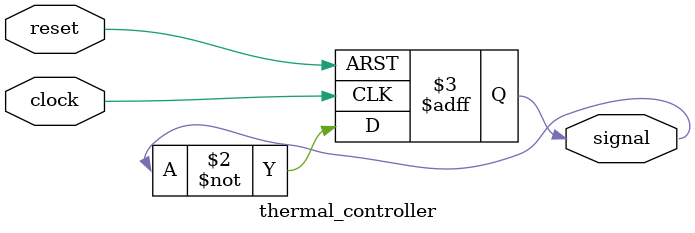
<source format=v>
module thermal_controller ( clock, reset, signal);

input	clock;
input	reset;
output	signal;

reg signal;

always@(posedge clock or posedge reset)
	begin
	if(reset)
		begin
			signal <= 1'b1;
		end
	else
		begin
			signal <= ~signal;
		end
	end


endmodule

</source>
